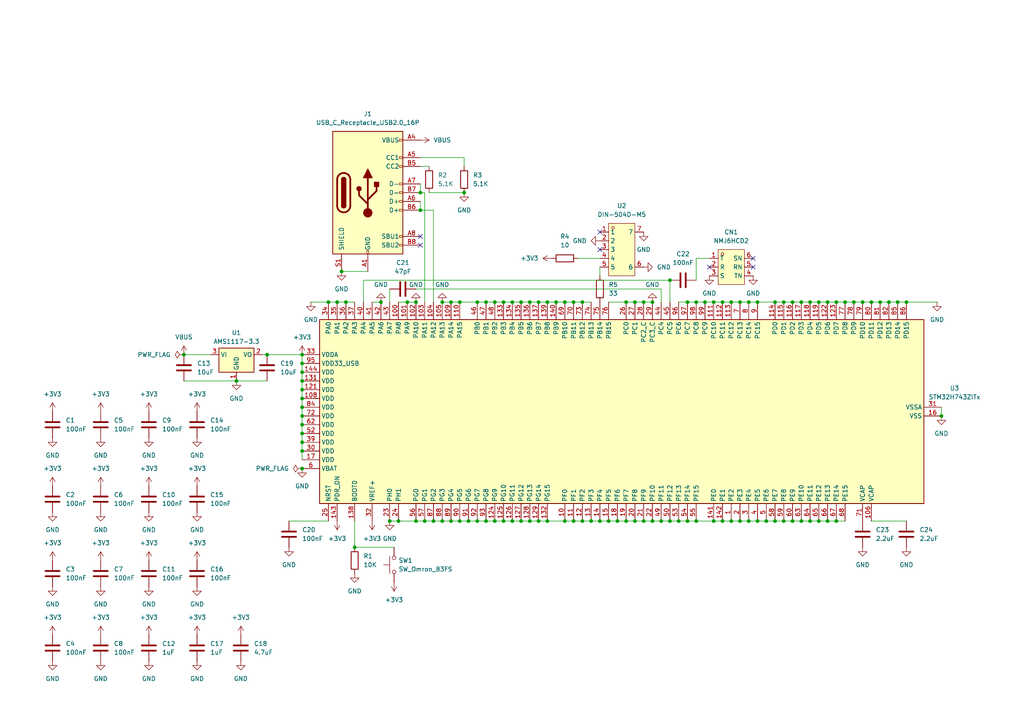
<source format=kicad_sch>
(kicad_sch (version 20231120) (generator "eeschema") (generator_version "8.0")
  (paper "A4")
  (lib_symbols
    (symbol "Connector:USB_C_Receptacle_USB2.0_16P" (pin_names (offset 1.016))
      (property "Reference" "J" (at 0 22.225 0))
      (property "Value" "USB_C_Receptacle_USB2.0_16P" (at 0 19.685 0))
      (symbol "USB_C_Receptacle_USB2.0_16P_1_1"
        (pin passive line (at 0 -22.86 90) (length 5.08) (name "GND") (number "A1"))
        (pin passive line (at 0 -22.86 90) (length 5.08) hide (name "GND") (number "A12"))
        (pin passive line (at 15.24 15.24 180) (length 5.08) (name "VBUS") (number "A4"))
        (pin bidirectional line (at 15.24 10.16 180) (length 5.08) (name "CC1") (number "A5"))
        (pin bidirectional line (at 15.24 -2.54 180) (length 5.08) (name "D+") (number "A6"))
        (pin bidirectional line (at 15.24 2.54 180) (length 5.08) (name "D-") (number "A7"))
        (pin bidirectional line (at 15.24 -12.7 180) (length 5.08) (name "SBU1") (number "A8"))
        (pin passive line (at 15.24 15.24 180) (length 5.08) hide (name "VBUS") (number "A9"))
        (pin passive line (at 0 -22.86 90) (length 5.08) hide (name "GND") (number "B1"))
        (pin passive line (at 0 -22.86 90) (length 5.08) hide (name "GND") (number "B12"))
        (pin passive line (at 15.24 15.24 180) (length 5.08) hide (name "VBUS") (number "B4"))
        (pin bidirectional line (at 15.24 7.62 180) (length 5.08) (name "CC2") (number "B5"))
        (pin bidirectional line (at 15.24 -5.08 180) (length 5.08) (name "D+") (number "B6"))
        (pin bidirectional line (at 15.24 0 180) (length 5.08) (name "D-") (number "B7"))
        (pin bidirectional line (at 15.24 -15.24 180) (length 5.08) (name "SBU2") (number "B8"))
        (pin passive line (at 15.24 15.24 180) (length 5.08) hide (name "VBUS") (number "B9"))
        (pin passive line (at -7.62 -22.86 90) (length 5.08) (name "SHIELD") (number "S1"))
      )
    )
    (symbol "Device:C" (pin_numbers hide) (pin_names (offset 0.254))
      (property "Reference" "C" (at 0.635 2.54 0))
      (property "Value" "C" (at 0.635 -2.54 0))
      (symbol "C_1_1"
        (pin passive line (at 0 3.81 270) (length 2.794) (name "~") (number "1"))
        (pin passive line (at 0 -3.81 90) (length 2.794) (name "~") (number "2"))
      )
    )
    (symbol "Device:R" (pin_numbers hide) (pin_names (offset 0))
      (property "Reference" "R" (at 2.032 0 90))
      (property "Value" "R" (at 0 0 90))
      (symbol "R_1_1"
        (pin passive line (at 0 3.81 270) (length 1.27) (name "~") (number "1"))
        (pin passive line (at 0 -3.81 90) (length 1.27) (name "~") (number "2"))
      )
    )
    (symbol "MCU_ST_STM32H7:STM32H743ZITx"
      (property "Reference" "U" (at -25.4 90.17 0))
      (property "Value" "STM32H743ZITx" (at 20.32 90.17 0))
      (symbol "STM32H743ZITx_1_1"
        (pin bidirectional line (at -30.48 -30.48 0) (length 5.08) (name "PE2") (number "1"))
        (pin bidirectional line (at -30.48 17.78 0) (length 5.08) (name "PF0") (number "10"))
        (pin bidirectional line (at 33.02 66.04 180) (length 5.08) (name "PA8") (number "100"))
        (pin bidirectional line (at 33.02 63.5 180) (length 5.08) (name "PA9") (number "101"))
        (pin bidirectional line (at 33.02 60.96 180) (length 5.08) (name "PA10") (number "102"))
        (pin bidirectional line (at 33.02 58.42 180) (length 5.08) (name "PA11") (number "103"))
        (pin bidirectional line (at 33.02 55.88 180) (length 5.08) (name "PA12") (number "104"))
        (pin bidirectional line (at 33.02 53.34 180) (length 5.08) (name "PA13") (number "105"))
        (pin power_out line (at -30.48 -71.12 0) (length 5.08) (name "VCAP") (number "106"))
        (pin passive line (at 0 -91.44 90) (length 5.08) hide (name "VSS") (number "107"))
        (pin power_in line (at 5.08 93.98 270) (length 5.08) (name "VDD") (number "108"))
        (pin bidirectional line (at 33.02 50.8 180) (length 5.08) (name "PA14") (number "109"))
        (pin bidirectional line (at -30.48 15.24 0) (length 5.08) (name "PF1") (number "11"))
        (pin bidirectional line (at 33.02 48.26 180) (length 5.08) (name "PA15") (number "110"))
        (pin bidirectional line (at 33.02 -25.4 180) (length 5.08) (name "PC10") (number "111"))
        (pin bidirectional line (at 33.02 -27.94 180) (length 5.08) (name "PC11") (number "112"))
        (pin bidirectional line (at 33.02 -30.48 180) (length 5.08) (name "PC12") (number "113"))
        (pin bidirectional line (at 33.02 -43.18 180) (length 5.08) (name "PD0") (number "114"))
        (pin bidirectional line (at 33.02 -45.72 180) (length 5.08) (name "PD1") (number "115"))
        (pin bidirectional line (at 33.02 -48.26 180) (length 5.08) (name "PD2") (number "116"))
        (pin bidirectional line (at 33.02 -50.8 180) (length 5.08) (name "PD3") (number "117"))
        (pin bidirectional line (at 33.02 -53.34 180) (length 5.08) (name "PD4") (number "118"))
        (pin bidirectional line (at 33.02 -55.88 180) (length 5.08) (name "PD5") (number "119"))
        (pin bidirectional line (at -30.48 12.7 0) (length 5.08) (name "PF2") (number "12"))
        (pin passive line (at 0 -91.44 90) (length 5.08) hide (name "VSS") (number "120"))
        (pin power_in line (at 7.62 93.98 270) (length 5.08) (name "VDD") (number "121"))
        (pin bidirectional line (at 33.02 -58.42 180) (length 5.08) (name "PD6") (number "122"))
        (pin bidirectional line (at 33.02 -60.96 180) (length 5.08) (name "PD7") (number "123"))
        (pin bidirectional line (at -30.48 38.1 0) (length 5.08) (name "PG9") (number "124"))
        (pin bidirectional line (at -30.48 35.56 0) (length 5.08) (name "PG10") (number "125"))
        (pin bidirectional line (at -30.48 33.02 0) (length 5.08) (name "PG11") (number "126"))
        (pin bidirectional line (at -30.48 30.48 0) (length 5.08) (name "PG12") (number "127"))
        (pin bidirectional line (at -30.48 27.94 0) (length 5.08) (name "PG13") (number "128"))
        (pin bidirectional line (at -30.48 25.4 0) (length 5.08) (name "PG14") (number "129"))
        (pin bidirectional line (at -30.48 10.16 0) (length 5.08) (name "PF3") (number "13"))
        (pin passive line (at 0 -91.44 90) (length 5.08) hide (name "VSS") (number "130"))
        (pin power_in line (at 10.16 93.98 270) (length 5.08) (name "VDD") (number "131"))
        (pin bidirectional line (at -30.48 22.86 0) (length 5.08) (name "PG15") (number "132"))
        (pin bidirectional line (at 33.02 35.56 180) (length 5.08) (name "PB3") (number "133"))
        (pin bidirectional line (at 33.02 33.02 180) (length 5.08) (name "PB4") (number "134"))
        (pin bidirectional line (at 33.02 30.48 180) (length 5.08) (name "PB5") (number "135"))
        (pin bidirectional line (at 33.02 27.94 180) (length 5.08) (name "PB6") (number "136"))
        (pin bidirectional line (at 33.02 25.4 180) (length 5.08) (name "PB7") (number "137"))
        (pin input line (at -30.48 78.74 0) (length 5.08) (name "BOOT0") (number "138"))
        (pin bidirectional line (at 33.02 22.86 180) (length 5.08) (name "PB8") (number "139"))
        (pin bidirectional line (at -30.48 7.62 0) (length 5.08) (name "PF4") (number "14"))
        (pin bidirectional line (at 33.02 20.32 180) (length 5.08) (name "PB9") (number "140"))
        (pin bidirectional line (at -30.48 -25.4 0) (length 5.08) (name "PE0") (number "141"))
        (pin bidirectional line (at -30.48 -27.94 0) (length 5.08) (name "PE1") (number "142"))
        (pin input line (at -30.48 83.82 0) (length 5.08) (name "PDR_ON") (number "143"))
        (pin power_in line (at 12.7 93.98 270) (length 5.08) (name "VDD") (number "144"))
        (pin bidirectional line (at -30.48 5.08 0) (length 5.08) (name "PF5") (number "15"))
        (pin power_in line (at 0 -91.44 90) (length 5.08) (name "VSS") (number "16"))
        (pin power_in line (at -12.7 93.98 270) (length 5.08) (name "VDD") (number "17"))
        (pin bidirectional line (at -30.48 2.54 0) (length 5.08) (name "PF6") (number "18"))
        (pin bidirectional line (at -30.48 0 0) (length 5.08) (name "PF7") (number "19"))
        (pin bidirectional line (at -30.48 -33.02 0) (length 5.08) (name "PE3") (number "2"))
        (pin bidirectional line (at -30.48 -2.54 0) (length 5.08) (name "PF8") (number "20"))
        (pin bidirectional line (at -30.48 -5.08 0) (length 5.08) (name "PF9") (number "21"))
        (pin bidirectional line (at -30.48 -7.62 0) (length 5.08) (name "PF10") (number "22"))
        (pin bidirectional line (at -30.48 68.58 0) (length 5.08) (name "PH0") (number "23"))
        (pin bidirectional line (at -30.48 66.04 0) (length 5.08) (name "PH1") (number "24"))
        (pin input line (at -30.48 86.36 0) (length 5.08) (name "NRST") (number "25"))
        (pin bidirectional line (at 33.02 0 180) (length 5.08) (name "PC0") (number "26"))
        (pin bidirectional line (at 33.02 -2.54 180) (length 5.08) (name "PC1") (number "27"))
        (pin bidirectional line (at 33.02 -5.08 180) (length 5.08) (name "PC2_C") (number "28"))
        (pin bidirectional line (at 33.02 -7.62 180) (length 5.08) (name "PC3_C") (number "29"))
        (pin bidirectional line (at -30.48 -35.56 0) (length 5.08) (name "PE4") (number "3"))
        (pin power_in line (at -10.16 93.98 270) (length 5.08) (name "VDD") (number "30"))
        (pin power_in line (at 2.54 -91.44 90) (length 5.08) (name "VSSA") (number "31"))
        (pin input line (at -30.48 73.66 0) (length 5.08) (name "VREF+") (number "32"))
        (pin power_in line (at 17.78 93.98 270) (length 5.08) (name "VDDA") (number "33"))
        (pin bidirectional line (at 33.02 86.36 180) (length 5.08) (name "PA0") (number "34"))
        (pin bidirectional line (at 33.02 83.82 180) (length 5.08) (name "PA1") (number "35"))
        (pin bidirectional line (at 33.02 81.28 180) (length 5.08) (name "PA2") (number "36"))
        (pin bidirectional line (at 33.02 78.74 180) (length 5.08) (name "PA3") (number "37"))
        (pin passive line (at 0 -91.44 90) (length 5.08) hide (name "VSS") (number "38"))
        (pin power_in line (at -7.62 93.98 270) (length 5.08) (name "VDD") (number "39"))
        (pin bidirectional line (at -30.48 -38.1 0) (length 5.08) (name "PE5") (number "4"))
        (pin bidirectional line (at 33.02 76.2 180) (length 5.08) (name "PA4") (number "40"))
        (pin bidirectional line (at 33.02 73.66 180) (length 5.08) (name "PA5") (number "41"))
        (pin bidirectional line (at 33.02 71.12 180) (length 5.08) (name "PA6") (number "42"))
        (pin bidirectional line (at 33.02 68.58 180) (length 5.08) (name "PA7") (number "43"))
        (pin bidirectional line (at 33.02 -10.16 180) (length 5.08) (name "PC4") (number "44"))
        (pin bidirectional line (at 33.02 -12.7 180) (length 5.08) (name "PC5") (number "45"))
        (pin bidirectional line (at 33.02 43.18 180) (length 5.08) (name "PB0") (number "46"))
        (pin bidirectional line (at 33.02 40.64 180) (length 5.08) (name "PB1") (number "47"))
        (pin bidirectional line (at 33.02 38.1 180) (length 5.08) (name "PB2") (number "48"))
        (pin bidirectional line (at -30.48 -10.16 0) (length 5.08) (name "PF11") (number "49"))
        (pin bidirectional line (at -30.48 -40.64 0) (length 5.08) (name "PE6") (number "5"))
        (pin bidirectional line (at -30.48 -12.7 0) (length 5.08) (name "PF12") (number "50"))
        (pin passive line (at 0 -91.44 90) (length 5.08) hide (name "VSS") (number "51"))
        (pin power_in line (at -5.08 93.98 270) (length 5.08) (name "VDD") (number "52"))
        (pin bidirectional line (at -30.48 -15.24 0) (length 5.08) (name "PF13") (number "53"))
        (pin bidirectional line (at -30.48 -17.78 0) (length 5.08) (name "PF14") (number "54"))
        (pin bidirectional line (at -30.48 -20.32 0) (length 5.08) (name "PF15") (number "55"))
        (pin bidirectional line (at -30.48 60.96 0) (length 5.08) (name "PG0") (number "56"))
        (pin bidirectional line (at -30.48 58.42 0) (length 5.08) (name "PG1") (number "57"))
        (pin bidirectional line (at -30.48 -43.18 0) (length 5.08) (name "PE7") (number "58"))
        (pin bidirectional line (at -30.48 -45.72 0) (length 5.08) (name "PE8") (number "59"))
        (pin power_in line (at -15.24 93.98 270) (length 5.08) (name "VBAT") (number "6"))
        (pin bidirectional line (at -30.48 -48.26 0) (length 5.08) (name "PE9") (number "60"))
        (pin passive line (at 0 -91.44 90) (length 5.08) hide (name "VSS") (number "61"))
        (pin power_in line (at -2.54 93.98 270) (length 5.08) (name "VDD") (number "62"))
        (pin bidirectional line (at -30.48 -50.8 0) (length 5.08) (name "PE10") (number "63"))
        (pin bidirectional line (at -30.48 -53.34 0) (length 5.08) (name "PE11") (number "64"))
        (pin bidirectional line (at -30.48 -55.88 0) (length 5.08) (name "PE12") (number "65"))
        (pin bidirectional line (at -30.48 -58.42 0) (length 5.08) (name "PE13") (number "66"))
        (pin bidirectional line (at -30.48 -60.96 0) (length 5.08) (name "PE14") (number "67"))
        (pin bidirectional line (at -30.48 -63.5 0) (length 5.08) (name "PE15") (number "68"))
        (pin bidirectional line (at 33.02 17.78 180) (length 5.08) (name "PB10") (number "69"))
        (pin bidirectional line (at 33.02 -33.02 180) (length 5.08) (name "PC13") (number "7"))
        (pin bidirectional line (at 33.02 15.24 180) (length 5.08) (name "PB11") (number "70"))
        (pin power_out line (at -30.48 -68.58 0) (length 5.08) (name "VCAP") (number "71"))
        (pin power_in line (at 0 93.98 270) (length 5.08) (name "VDD") (number "72"))
        (pin bidirectional line (at 33.02 12.7 180) (length 5.08) (name "PB12") (number "73"))
        (pin bidirectional line (at 33.02 10.16 180) (length 5.08) (name "PB13") (number "74"))
        (pin bidirectional line (at 33.02 7.62 180) (length 5.08) (name "PB14") (number "75"))
        (pin bidirectional line (at 33.02 5.08 180) (length 5.08) (name "PB15") (number "76"))
        (pin bidirectional line (at 33.02 -63.5 180) (length 5.08) (name "PD8") (number "77"))
        (pin bidirectional line (at 33.02 -66.04 180) (length 5.08) (name "PD9") (number "78"))
        (pin bidirectional line (at 33.02 -68.58 180) (length 5.08) (name "PD10") (number "79"))
        (pin bidirectional line (at 33.02 -35.56 180) (length 5.08) (name "PC14") (number "8"))
        (pin bidirectional line (at 33.02 -71.12 180) (length 5.08) (name "PD11") (number "80"))
        (pin bidirectional line (at 33.02 -73.66 180) (length 5.08) (name "PD12") (number "81"))
        (pin bidirectional line (at 33.02 -76.2 180) (length 5.08) (name "PD13") (number "82"))
        (pin passive line (at 0 -91.44 90) (length 5.08) hide (name "VSS") (number "83"))
        (pin power_in line (at 2.54 93.98 270) (length 5.08) (name "VDD") (number "84"))
        (pin bidirectional line (at 33.02 -78.74 180) (length 5.08) (name "PD14") (number "85"))
        (pin bidirectional line (at 33.02 -81.28 180) (length 5.08) (name "PD15") (number "86"))
        (pin bidirectional line (at -30.48 55.88 0) (length 5.08) (name "PG2") (number "87"))
        (pin bidirectional line (at -30.48 53.34 0) (length 5.08) (name "PG3") (number "88"))
        (pin bidirectional line (at -30.48 50.8 0) (length 5.08) (name "PG4") (number "89"))
        (pin bidirectional line (at 33.02 -38.1 180) (length 5.08) (name "PC15") (number "9"))
        (pin bidirectional line (at -30.48 48.26 0) (length 5.08) (name "PG5") (number "90"))
        (pin bidirectional line (at -30.48 45.72 0) (length 5.08) (name "PG6") (number "91"))
        (pin bidirectional line (at -30.48 43.18 0) (length 5.08) (name "PG7") (number "92"))
        (pin bidirectional line (at -30.48 40.64 0) (length 5.08) (name "PG8") (number "93"))
        (pin passive line (at 0 -91.44 90) (length 5.08) hide (name "VSS") (number "94"))
        (pin power_in line (at 15.24 93.98 270) (length 5.08) (name "VDD33_USB") (number "95"))
        (pin bidirectional line (at 33.02 -15.24 180) (length 5.08) (name "PC6") (number "96"))
        (pin bidirectional line (at 33.02 -17.78 180) (length 5.08) (name "PC7") (number "97"))
        (pin bidirectional line (at 33.02 -20.32 180) (length 5.08) (name "PC8") (number "98"))
        (pin bidirectional line (at 33.02 -22.86 180) (length 5.08) (name "PC9") (number "99"))
      )
    )
    (symbol "Regulator_Linear:AMS1117-3.3"
      (property "Reference" "U" (at -3.81 3.175 0))
      (property "Value" "AMS1117-3.3" (at 0 3.175 0))
      (symbol "AMS1117-3.3_1_1"
        (pin power_in line (at 0 -7.62 90) (length 2.54) (name "GND") (number "1"))
        (pin power_out line (at 7.62 0 180) (length 2.54) (name "VO") (number "2"))
        (pin power_in line (at -7.62 0 0) (length 2.54) (name "VI") (number "3"))
      )
    )
    (symbol "Switch:SW_Omron_B3FS" (pin_numbers hide) (pin_names (offset 1.016) hide)
      (property "Reference" "SW" (at 1.27 2.54 0))
      (property "Value" "SW_Omron_B3FS" (at 0 -1.524 0))
      (symbol "SW_Omron_B3FS_0_1"
        (pin passive line (at -5.08 0 0) (length 2.54) (name "1") (number "1"))
        (pin passive line (at 5.08 0 180) (length 2.54) (name "2") (number "2"))
      )
    )
    (symbol "audio:NMJ6HCD2"
      (property "Reference" "CN" (at 0 7.62 0))
      (property "Value" "NMJ6HCD2" (at 0 -7.62 0))
      (symbol "NMJ6HCD2_0_1"
        (pin unspecified line (at -6.35 2.54 0) (length 2.54) (name "T") (number "1"))
        (pin unspecified line (at -6.35 0 0) (length 2.54) (name "R") (number "2"))
        (pin unspecified line (at -6.35 -2.54 0) (length 2.54) (name "S") (number "3"))
        (pin unspecified line (at 6.35 -2.54 180) (length 2.54) (name "TN") (number "4"))
        (pin unspecified line (at 6.35 0 180) (length 2.54) (name "RN") (number "5"))
        (pin unspecified line (at 6.35 2.54 180) (length 2.54) (name "SN") (number "6"))
      )
    )
    (symbol "din5:DIN-504D-M5"
      (property "Reference" "U" (at 0 10.16 0))
      (property "Value" "DIN-504D-M5" (at 0 -10.16 0))
      (symbol "DIN-504D-M5_0_1"
        (pin unspecified line (at -6.35 5.08 0) (length 2.54) (name "1") (number "1"))
        (pin unspecified line (at -6.35 2.54 0) (length 2.54) (name "2") (number "2"))
        (pin unspecified line (at -6.35 0 0) (length 2.54) (name "3") (number "3"))
        (pin unspecified line (at -6.35 -2.54 0) (length 2.54) (name "4") (number "4"))
        (pin unspecified line (at -6.35 -5.08 0) (length 2.54) (name "5") (number "5"))
        (pin unspecified line (at 6.35 -5.08 180) (length 2.54) (name "6") (number "6"))
        (pin unspecified line (at 6.35 5.08 180) (length 2.54) (name "7") (number "7"))
      )
    )
    (symbol "power:+3V3" (power) (pin_numbers hide) (pin_names (offset 0) hide)
      (property "Value" "+3V3" (at 0 3.556 0))
      (symbol "+3V3_1_1"
        (pin power_in line (at 0 0 90) (length 0) (name "~") (number "1"))
      )
    )
    (symbol "power:GND" (power) (pin_numbers hide) (pin_names (offset 0) hide)
      (property "Value" "GND" (at 0 -3.81 0))
      (symbol "GND_1_1"
        (pin power_in line (at 0 0 270) (length 0) (name "~") (number "1"))
      )
    )
    (symbol "power:PWR_FLAG" (power) (pin_numbers hide) (pin_names (offset 0) hide)
      (property "Value" "PWR_FLAG" (at 0 3.81 0))
      (symbol "PWR_FLAG_0_0"
        (pin power_out line (at 0 0 90) (length 0) (name "~") (number "1"))
      )
    )
    (symbol "power:VBUS" (power) (pin_numbers hide) (pin_names (offset 0) hide)
      (property "Value" "VBUS" (at 0 3.556 0))
      (symbol "VBUS_1_1"
        (pin power_in line (at 0 0 90) (length 0) (name "~") (number "1"))
      )
    )
  )
  (junction (at 222.25 151.13))
  (junction (at 130.81 87.63))
  (junction (at 257.81 87.63))
  (junction (at 125.73 151.13))
  (junction (at 212.09 151.13))
  (junction (at 128.27 151.13))
  (junction (at 87.63 113.03))
  (junction (at 171.45 151.13))
  (junction (at 53.34 102.87))
  (junction (at 179.07 151.13))
  (junction (at 191.77 151.13))
  (junction (at 100.33 87.63))
  (junction (at 237.49 151.13))
  (junction (at 227.33 87.63))
  (junction (at 255.27 87.63))
  (junction (at 232.41 87.63))
  (junction (at 201.93 87.63))
  (junction (at 87.63 130.81))
  (junction (at 194.31 151.13))
  (junction (at 133.35 87.63))
  (junction (at 181.61 151.13))
  (junction (at 189.23 151.13))
  (junction (at 262.89 87.63))
  (junction (at 156.21 151.13))
  (junction (at 227.33 151.13))
  (junction (at 217.17 87.63))
  (junction (at 102.87 158.75))
  (junction (at 87.63 128.27))
  (junction (at 148.59 87.63))
  (junction (at 273.05 120.65))
  (junction (at 166.37 151.13))
  (junction (at 240.03 151.13))
  (junction (at 121.92 60.96))
  (junction (at 250.19 87.63))
  (junction (at 87.63 118.11))
  (junction (at 113.03 151.13))
  (junction (at 186.69 151.13))
  (junction (at 140.97 87.63))
  (junction (at 97.79 87.63))
  (junction (at 134.62 55.88))
  (junction (at 151.13 87.63))
  (junction (at 115.57 151.13))
  (junction (at 128.27 87.63))
  (junction (at 252.73 87.63))
  (junction (at 214.63 151.13))
  (junction (at 151.13 151.13))
  (junction (at 176.53 151.13))
  (junction (at 87.63 110.49))
  (junction (at 153.67 87.63))
  (junction (at 196.85 151.13))
  (junction (at 95.25 87.63))
  (junction (at 194.31 81.28))
  (junction (at 133.35 151.13))
  (junction (at 240.03 87.63))
  (junction (at 87.63 105.41))
  (junction (at 217.17 151.13))
  (junction (at 146.05 87.63))
  (junction (at 234.95 87.63))
  (junction (at 68.58 110.49))
  (junction (at 123.19 151.13))
  (junction (at 229.87 87.63))
  (junction (at 199.39 87.63))
  (junction (at 161.29 87.63))
  (junction (at 138.43 151.13))
  (junction (at 143.51 151.13))
  (junction (at 158.75 87.63))
  (junction (at 163.83 87.63))
  (junction (at 201.93 151.13))
  (junction (at 148.59 151.13))
  (junction (at 77.47 102.87))
  (junction (at 199.39 151.13))
  (junction (at 99.06 78.74))
  (junction (at 214.63 87.63))
  (junction (at 219.71 87.63))
  (junction (at 186.69 87.63))
  (junction (at 219.71 151.13))
  (junction (at 87.63 135.89))
  (junction (at 120.65 151.13))
  (junction (at 110.49 87.63))
  (junction (at 207.01 87.63))
  (junction (at 242.57 151.13))
  (junction (at 184.15 87.63))
  (junction (at 204.47 87.63))
  (junction (at 120.65 87.63))
  (junction (at 173.99 151.13))
  (junction (at 224.79 151.13))
  (junction (at 229.87 151.13))
  (junction (at 209.55 151.13))
  (junction (at 135.89 151.13))
  (junction (at 87.63 107.95))
  (junction (at 260.35 87.63))
  (junction (at 87.63 125.73))
  (junction (at 245.11 87.63))
  (junction (at 140.97 151.13))
  (junction (at 232.41 151.13))
  (junction (at 247.65 87.63))
  (junction (at 87.63 115.57))
  (junction (at 121.92 55.88))
  (junction (at 237.49 87.63))
  (junction (at 163.83 151.13))
  (junction (at 166.37 87.63))
  (junction (at 212.09 87.63))
  (junction (at 87.63 120.65))
  (junction (at 234.95 151.13))
  (junction (at 118.11 87.63))
  (junction (at 158.75 151.13))
  (junction (at 184.15 151.13))
  (junction (at 168.91 87.63))
  (junction (at 156.21 87.63))
  (junction (at 224.79 87.63))
  (junction (at 189.23 87.63))
  (junction (at 209.55 87.63))
  (junction (at 87.63 123.19))
  (junction (at 153.67 151.13))
  (junction (at 87.63 102.87))
  (junction (at 138.43 87.63))
  (junction (at 168.91 151.13))
  (junction (at 146.05 151.13))
  (junction (at 242.57 87.63))
  (junction (at 207.01 151.13))
  (junction (at 181.61 87.63))
  (junction (at 130.81 151.13))
  (junction (at 143.51 87.63))
  (no_connect (at 218.44 74.93))
  (no_connect (at 173.99 67.31))
  (no_connect (at 173.99 72.39))
  (no_connect (at 205.74 77.47))
  (no_connect (at 121.92 68.58))
  (no_connect (at 121.92 71.12))
  (no_connect (at 218.44 77.47))
  (wire (pts (xy 194.31 151.13) (xy 196.85 151.13)))
  (wire (pts (xy 90.17 87.63) (xy 95.25 87.63)))
  (wire (pts (xy 123.19 87.63) (xy 123.19 55.88)))
  (wire (pts (xy 105.41 87.63) (xy 105.41 81.28)))
  (wire (pts (xy 214.63 151.13) (xy 217.17 151.13)))
  (wire (pts (xy 171.45 151.13) (xy 173.99 151.13)))
  (wire (pts (xy 250.19 87.63) (xy 252.73 87.63)))
  (wire (pts (xy 234.95 151.13) (xy 237.49 151.13)))
  (wire (pts (xy 237.49 87.63) (xy 240.03 87.63)))
  (wire (pts (xy 176.53 151.13) (xy 179.07 151.13)))
  (wire (pts (xy 123.19 55.88) (xy 121.92 55.88)))
  (wire (pts (xy 153.67 151.13) (xy 156.21 151.13)))
  (wire (pts (xy 105.41 81.28) (xy 194.31 81.28)))
  (wire (pts (xy 107.95 87.63) (xy 110.49 87.63)))
  (wire (pts (xy 102.87 158.75) (xy 102.87 151.13)))
  (wire (pts (xy 184.15 87.63) (xy 186.69 87.63)))
  (wire (pts (xy 77.47 102.87) (xy 87.63 102.87)))
  (wire (pts (xy 53.34 110.49) (xy 68.58 110.49)))
  (wire (pts (xy 227.33 151.13) (xy 229.87 151.13)))
  (wire (pts (xy 257.81 87.63) (xy 260.35 87.63)))
  (wire (pts (xy 205.74 74.93) (xy 201.93 74.93)))
  (wire (pts (xy 130.81 87.63) (xy 133.35 87.63)))
  (wire (pts (xy 146.05 87.63) (xy 148.59 87.63)))
  (wire (pts (xy 173.99 77.47) (xy 173.99 80.01)))
  (wire (pts (xy 68.58 110.49) (xy 77.47 110.49)))
  (wire (pts (xy 186.69 87.63) (xy 189.23 87.63)))
  (wire (pts (xy 242.57 87.63) (xy 245.11 87.63)))
  (wire (pts (xy 234.95 87.63) (xy 237.49 87.63)))
  (wire (pts (xy 118.11 87.63) (xy 120.65 87.63)))
  (wire (pts (xy 161.29 87.63) (xy 163.83 87.63)))
  (wire (pts (xy 140.97 87.63) (xy 143.51 87.63)))
  (wire (pts (xy 143.51 151.13) (xy 146.05 151.13)))
  (wire (pts (xy 176.53 87.63) (xy 181.61 87.63)))
  (wire (pts (xy 158.75 87.63) (xy 161.29 87.63)))
  (wire (pts (xy 99.06 78.74) (xy 106.68 78.74)))
  (wire (pts (xy 114.3 158.75) (xy 102.87 158.75)))
  (wire (pts (xy 153.67 87.63) (xy 156.21 87.63)))
  (wire (pts (xy 87.63 120.65) (xy 87.63 123.19)))
  (wire (pts (xy 95.25 87.63) (xy 97.79 87.63)))
  (wire (pts (xy 212.09 151.13) (xy 214.63 151.13)))
  (wire (pts (xy 151.13 87.63) (xy 153.67 87.63)))
  (wire (pts (xy 179.07 151.13) (xy 181.61 151.13)))
  (wire (pts (xy 219.71 87.63) (xy 224.79 87.63)))
  (wire (pts (xy 134.62 48.26) (xy 134.62 45.72)))
  (wire (pts (xy 199.39 87.63) (xy 201.93 87.63)))
  (wire (pts (xy 214.63 87.63) (xy 217.17 87.63)))
  (wire (pts (xy 113.03 151.13) (xy 115.57 151.13)))
  (wire (pts (xy 87.63 128.27) (xy 87.63 130.81)))
  (wire (pts (xy 222.25 151.13) (xy 224.79 151.13)))
  (wire (pts (xy 128.27 87.63) (xy 130.81 87.63)))
  (wire (pts (xy 87.63 123.19) (xy 87.63 125.73)))
  (wire (pts (xy 201.93 87.63) (xy 204.47 87.63)))
  (wire (pts (xy 120.65 151.13) (xy 123.19 151.13)))
  (wire (pts (xy 196.85 151.13) (xy 199.39 151.13)))
  (wire (pts (xy 113.03 83.82) (xy 113.03 87.63)))
  (wire (pts (xy 148.59 151.13) (xy 151.13 151.13)))
  (wire (pts (xy 237.49 151.13) (xy 240.03 151.13)))
  (wire (pts (xy 232.41 87.63) (xy 234.95 87.63)))
  (wire (pts (xy 138.43 87.63) (xy 140.97 87.63)))
  (wire (pts (xy 219.71 151.13) (xy 222.25 151.13)))
  (wire (pts (xy 97.79 87.63) (xy 100.33 87.63)))
  (wire (pts (xy 87.63 115.57) (xy 87.63 118.11)))
  (wire (pts (xy 255.27 87.63) (xy 257.81 87.63)))
  (wire (pts (xy 224.79 151.13) (xy 227.33 151.13)))
  (wire (pts (xy 201.93 74.93) (xy 201.93 81.28)))
  (wire (pts (xy 121.92 48.26) (xy 124.46 48.26)))
  (wire (pts (xy 191.77 151.13) (xy 194.31 151.13)))
  (wire (pts (xy 121.92 58.42) (xy 121.92 60.96)))
  (wire (pts (xy 134.62 45.72) (xy 121.92 45.72)))
  (wire (pts (xy 124.46 55.88) (xy 134.62 55.88)))
  (wire (pts (xy 115.57 151.13) (xy 120.65 151.13)))
  (wire (pts (xy 87.63 105.41) (xy 87.63 107.95)))
  (wire (pts (xy 133.35 151.13) (xy 135.89 151.13)))
  (wire (pts (xy 83.82 151.13) (xy 95.25 151.13)))
  (wire (pts (xy 212.09 87.63) (xy 214.63 87.63)))
  (wire (pts (xy 217.17 151.13) (xy 219.71 151.13)))
  (wire (pts (xy 273.05 118.11) (xy 273.05 120.65)))
  (wire (pts (xy 146.05 151.13) (xy 148.59 151.13)))
  (wire (pts (xy 260.35 87.63) (xy 262.89 87.63)))
  (wire (pts (xy 209.55 151.13) (xy 212.09 151.13)))
  (wire (pts (xy 100.33 87.63) (xy 102.87 87.63)))
  (wire (pts (xy 186.69 151.13) (xy 189.23 151.13)))
  (wire (pts (xy 199.39 151.13) (xy 201.93 151.13)))
  (wire (pts (xy 143.51 87.63) (xy 146.05 87.63)))
  (wire (pts (xy 245.11 87.63) (xy 247.65 87.63)))
  (wire (pts (xy 240.03 151.13) (xy 242.57 151.13)))
  (wire (pts (xy 232.41 151.13) (xy 234.95 151.13)))
  (wire (pts (xy 229.87 151.13) (xy 232.41 151.13)))
  (wire (pts (xy 140.97 151.13) (xy 143.51 151.13)))
  (wire (pts (xy 196.85 87.63) (xy 199.39 87.63)))
  (wire (pts (xy 115.57 87.63) (xy 118.11 87.63)))
  (wire (pts (xy 247.65 87.63) (xy 250.19 87.63)))
  (wire (pts (xy 209.55 87.63) (xy 212.09 87.63)))
  (wire (pts (xy 53.34 102.87) (xy 60.96 102.87)))
  (wire (pts (xy 191.77 83.82) (xy 191.77 87.63)))
  (wire (pts (xy 148.59 87.63) (xy 151.13 87.63)))
  (wire (pts (xy 135.89 151.13) (xy 138.43 151.13)))
  (wire (pts (xy 224.79 87.63) (xy 227.33 87.63)))
  (wire (pts (xy 207.01 87.63) (xy 209.55 87.63)))
  (wire (pts (xy 194.31 81.28) (xy 194.31 87.63)))
  (wire (pts (xy 87.63 113.03) (xy 87.63 115.57)))
  (wire (pts (xy 87.63 130.81) (xy 87.63 133.35)))
  (wire (pts (xy 242.57 151.13) (xy 245.11 151.13)))
  (wire (pts (xy 138.43 151.13) (xy 140.97 151.13)))
  (wire (pts (xy 173.99 151.13) (xy 176.53 151.13)))
  (wire (pts (xy 156.21 151.13) (xy 158.75 151.13)))
  (wire (pts (xy 167.64 74.93) (xy 173.99 74.93)))
  (wire (pts (xy 184.15 151.13) (xy 186.69 151.13)))
  (wire (pts (xy 163.83 151.13) (xy 166.37 151.13)))
  (wire (pts (xy 168.91 151.13) (xy 171.45 151.13)))
  (wire (pts (xy 87.63 102.87) (xy 87.63 105.41)))
  (wire (pts (xy 168.91 87.63) (xy 171.45 87.63)))
  (wire (pts (xy 87.63 107.95) (xy 87.63 110.49)))
  (wire (pts (xy 128.27 151.13) (xy 130.81 151.13)))
  (wire (pts (xy 204.47 87.63) (xy 207.01 87.63)))
  (wire (pts (xy 76.2 102.87) (xy 77.47 102.87)))
  (wire (pts (xy 166.37 151.13) (xy 168.91 151.13)))
  (wire (pts (xy 229.87 87.63) (xy 232.41 87.63)))
  (wire (pts (xy 125.73 151.13) (xy 128.27 151.13)))
  (wire (pts (xy 189.23 151.13) (xy 191.77 151.13)))
  (wire (pts (xy 125.73 87.63) (xy 125.73 60.96)))
  (wire (pts (xy 151.13 151.13) (xy 153.67 151.13)))
  (wire (pts (xy 125.73 60.96) (xy 121.92 60.96)))
  (wire (pts (xy 87.63 118.11) (xy 87.63 120.65)))
  (wire (pts (xy 240.03 87.63) (xy 242.57 87.63)))
  (wire (pts (xy 252.73 151.13) (xy 262.89 151.13)))
  (wire (pts (xy 166.37 87.63) (xy 168.91 87.63)))
  (wire (pts (xy 87.63 110.49) (xy 87.63 113.03)))
  (wire (pts (xy 227.33 87.63) (xy 229.87 87.63)))
  (wire (pts (xy 181.61 151.13) (xy 184.15 151.13)))
  (wire (pts (xy 158.75 151.13) (xy 163.83 151.13)))
  (wire (pts (xy 156.21 87.63) (xy 158.75 87.63)))
  (wire (pts (xy 217.17 87.63) (xy 219.71 87.63)))
  (wire (pts (xy 262.89 87.63) (xy 271.78 87.63)))
  (wire (pts (xy 207.01 151.13) (xy 209.55 151.13)))
  (wire (pts (xy 120.65 83.82) (xy 191.77 83.82)))
  (wire (pts (xy 87.63 125.73) (xy 87.63 128.27)))
  (wire (pts (xy 252.73 87.63) (xy 255.27 87.63)))
  (wire (pts (xy 133.35 87.63) (xy 138.43 87.63)))
  (wire (pts (xy 181.61 87.63) (xy 184.15 87.63)))
  (wire (pts (xy 121.92 53.34) (xy 121.92 55.88)))
  (wire (pts (xy 163.83 87.63) (xy 166.37 87.63)))
  (wire (pts (xy 123.19 151.13) (xy 125.73 151.13)))
  (wire (pts (xy 201.93 151.13) (xy 207.01 151.13)))
  (wire (pts (xy 130.81 151.13) (xy 133.35 151.13)))
  (symbol (lib_id "power:GND") (at 29.21 148.59 0) (unit 1)
    (property "Reference" "#PWR012" (effects (hide yes)))
    (property "Value" "GND" (at 29.21 153.67 0))
    (property "Description" "Power symbol creates a global label with name \"GND\" , ground" (effects (hide yes)))
  )
  (symbol (lib_id "Device:C") (at 15.24 187.96 0) (unit 1)
    (property "Reference" "C4" (at 19.05 186.6899 0) (effects (justify left)))
    (property "Value" "100nF" (at 19.05 189.2299 0) (effects (justify left)))
    (property "Footprint" "Capacitor_SMD:C_0402_1005Metric" (effects (hide yes)))
    (property "Description" "Unpolarized capacitor" (effects (hide yes)))
  )
  (symbol (lib_id "power:GND") (at 134.62 55.88 0) (unit 1)
    (property "Reference" "#PWR051" (effects (hide yes)))
    (property "Value" "GND" (at 134.62 60.96 0))
    (property "Description" "Power symbol creates a global label with name \"GND\" , ground" (effects (hide yes)))
  )
  (symbol (lib_id "power:GND") (at 110.49 87.63 180) (unit 1)
    (property "Reference" "#PWR045" (effects (hide yes)))
    (property "Value" "GND" (at 110.49 82.55 0))
    (property "Description" "Power symbol creates a global label with name \"GND\" , ground" (effects (hide yes)))
  )
  (symbol (lib_id "power:+3V3") (at 160.02 74.93 90) (unit 1)
    (property "Reference" "#PWR052" (effects (hide yes)))
    (property "Value" "+3V3" (at 156.21 74.9299 90) (effects (justify left)))
    (property "Description" "Power symbol creates a global label with name \"+3V3\"" (effects (hide yes)))
  )
  (symbol (lib_id "power:+3V3") (at 87.63 102.87 0) (unit 1)
    (property "Reference" "#PWR038" (effects (hide yes)))
    (property "Value" "+3V3" (at 87.63 97.79 0))
    (property "Description" "Power symbol creates a global label with name \"+3V3\"" (effects (hide yes)))
  )
  (symbol (lib_id "Connector:USB_C_Receptacle_USB2.0_16P") (at 106.68 55.88 0) (unit 1)
    (property "Reference" "J1" (at 106.68 33.02 0))
    (property "Value" "USB_C_Receptacle_USB2.0_16P" (at 106.68 35.56 0))
    (property "Footprint" "Connector_USB:USB_C_Receptacle_HRO_TYPE-C-31-M-12" (effects (hide yes)))
    (property "Datasheet" "https://www.usb.org/sites/default/files/documents/usb_type-c.zip" (effects (hide yes)))
    (property "Description" "USB 2.0-only 16P Type-C Receptacle connector" (effects (hide yes)))
  )
  (symbol (lib_id "power:GND") (at 43.18 170.18 0) (unit 1)
    (property "Reference" "#PWR022" (effects (hide yes)))
    (property "Value" "GND" (at 43.18 175.26 0))
    (property "Description" "Power symbol creates a global label with name \"GND\" , ground" (effects (hide yes)))
  )
  (symbol (lib_id "power:GND") (at 273.05 120.65 0) (unit 1)
    (property "Reference" "#PWR066" (effects (hide yes)))
    (property "Value" "GND" (at 273.05 125.73 0))
    (property "Description" "Power symbol creates a global label with name \"GND\" , ground" (effects (hide yes)))
  )
  (symbol (lib_id "power:GND") (at 29.21 127 0) (unit 1)
    (property "Reference" "#PWR010" (effects (hide yes)))
    (property "Value" "GND" (at 29.21 132.08 0))
    (property "Description" "Power symbol creates a global label with name \"GND\" , ground" (effects (hide yes)))
  )
  (symbol (lib_id "power:GND") (at 43.18 191.77 0) (unit 1)
    (property "Reference" "#PWR024" (effects (hide yes)))
    (property "Value" "GND" (at 43.18 196.85 0))
    (property "Description" "Power symbol creates a global label with name \"GND\" , ground" (effects (hide yes)))
  )
  (symbol (lib_id "power:GND") (at 102.87 166.37 0) (unit 1)
    (property "Reference" "#PWR043" (effects (hide yes)))
    (property "Value" "GND" (at 102.87 171.45 0))
    (property "Description" "Power symbol creates a global label with name \"GND\" , ground" (effects (hide yes)))
  )
  (symbol (lib_id "Regulator_Linear:AMS1117-3.3") (at 68.58 102.87 0) (unit 1)
    (property "Reference" "U1" (at 68.58 96.52 0))
    (property "Value" "AMS1117-3.3" (at 68.58 99.06 0))
    (property "Footprint" "Package_TO_SOT_SMD:SOT-223-3_TabPin2" (effects (hide yes)))
    (property "Datasheet" "http://www.advanced-monolithic.com/pdf/ds1117.pdf" (effects (hide yes)))
    (property "Description" "1A Low Dropout regulator, positive, 3.3V fixed output, SOT-223" (effects (hide yes)))
  )
  (symbol (lib_id "power:GND") (at 128.27 87.63 180) (unit 1)
    (property "Reference" "#PWR050" (effects (hide yes)))
    (property "Value" "GND" (at 128.27 82.55 0))
    (property "Description" "Power symbol creates a global label with name \"GND\" , ground" (effects (hide yes)))
  )
  (symbol (lib_id "power:GND") (at 113.03 151.13 0) (unit 1)
    (property "Reference" "#PWR046" (effects (hide yes)))
    (property "Value" "GND" (at 113.03 156.21 0))
    (property "Description" "Power symbol creates a global label with name \"GND\" , ground" (effects (hide yes)))
  )
  (symbol (lib_id "power:+3V3") (at 15.24 162.56 0) (unit 1)
    (property "Reference" "#PWR05" (effects (hide yes)))
    (property "Value" "+3V3" (at 15.24 157.48 0))
    (property "Description" "Power symbol creates a global label with name \"+3V3\"" (effects (hide yes)))
  )
  (symbol (lib_id "power:PWR_FLAG") (at 53.34 102.87 90) (unit 1)
    (property "Reference" "#FLG01" (effects (hide yes)))
    (property "Value" "PWR_FLAG" (at 49.53 102.8699 90) (effects (justify left)))
    (property "Description" "Special symbol for telling ERC where power comes from" (effects (hide yes)))
  )
  (symbol (lib_id "power:GND") (at 120.65 87.63 180) (unit 1)
    (property "Reference" "#PWR048" (effects (hide yes)))
    (property "Value" "GND" (at 120.65 82.55 0))
    (property "Description" "Power symbol creates a global label with name \"GND\" , ground" (effects (hide yes)))
  )
  (symbol (lib_id "power:+3V3") (at 97.79 151.13 180) (unit 1)
    (property "Reference" "#PWR041" (effects (hide yes)))
    (property "Value" "+3V3" (at 97.79 156.21 0))
    (property "Description" "Power symbol creates a global label with name \"+3V3\"" (effects (hide yes)))
  )
  (symbol (lib_id "Device:C") (at 29.21 187.96 0) (unit 1)
    (property "Reference" "C8" (at 33.02 186.6899 0) (effects (justify left)))
    (property "Value" "100nF" (at 33.02 189.2299 0) (effects (justify left)))
    (property "Footprint" "Capacitor_SMD:C_0402_1005Metric" (effects (hide yes)))
    (property "Description" "Unpolarized capacitor" (effects (hide yes)))
  )
  (symbol (lib_id "power:GND") (at 69.85 191.77 0) (unit 1)
    (property "Reference" "#PWR036" (effects (hide yes)))
    (property "Value" "GND" (at 69.85 196.85 0))
    (property "Description" "Power symbol creates a global label with name \"GND\" , ground" (effects (hide yes)))
  )
  (symbol (lib_id "power:+3V3") (at 43.18 184.15 0) (unit 1)
    (property "Reference" "#PWR023" (effects (hide yes)))
    (property "Value" "+3V3" (at 43.18 179.07 0))
    (property "Description" "Power symbol creates a global label with name \"+3V3\"" (effects (hide yes)))
  )
  (symbol (lib_id "power:+3V3") (at 43.18 162.56 0) (unit 1)
    (property "Reference" "#PWR021" (effects (hide yes)))
    (property "Value" "+3V3" (at 43.18 157.48 0))
    (property "Description" "Power symbol creates a global label with name \"+3V3\"" (effects (hide yes)))
  )
  (symbol (lib_id "power:GND") (at 15.24 191.77 0) (unit 1)
    (property "Reference" "#PWR08" (effects (hide yes)))
    (property "Value" "GND" (at 15.24 196.85 0))
    (property "Description" "Power symbol creates a global label with name \"GND\" , ground" (effects (hide yes)))
  )
  (symbol (lib_id "power:GND") (at 15.24 170.18 0) (unit 1)
    (property "Reference" "#PWR06" (effects (hide yes)))
    (property "Value" "GND" (at 15.24 175.26 0))
    (property "Description" "Power symbol creates a global label with name \"GND\" , ground" (effects (hide yes)))
  )
  (symbol (lib_id "power:GND") (at 43.18 127 0) (unit 1)
    (property "Reference" "#PWR018" (effects (hide yes)))
    (property "Value" "GND" (at 43.18 132.08 0))
    (property "Description" "Power symbol creates a global label with name \"GND\" , ground" (effects (hide yes)))
  )
  (symbol (lib_id "power:GND") (at 218.44 80.01 0) (unit 1)
    (property "Reference" "#PWR059" (effects (hide yes)))
    (property "Value" "GND" (at 218.44 85.09 0))
    (property "Description" "Power symbol creates a global label with name \"GND\" , ground" (effects (hide yes)))
  )
  (symbol (lib_id "power:+3V3") (at 15.24 184.15 0) (unit 1)
    (property "Reference" "#PWR07" (effects (hide yes)))
    (property "Value" "+3V3" (at 15.24 179.07 0))
    (property "Description" "Power symbol creates a global label with name \"+3V3\"" (effects (hide yes)))
  )
  (symbol (lib_id "power:+3V3") (at 43.18 119.38 0) (unit 1)
    (property "Reference" "#PWR017" (effects (hide yes)))
    (property "Value" "+3V3" (at 43.18 114.3 0))
    (property "Description" "Power symbol creates a global label with name \"+3V3\"" (effects (hide yes)))
  )
  (symbol (lib_id "Device:C") (at 43.18 187.96 0) (unit 1)
    (property "Reference" "C12" (at 46.99 186.6899 0) (effects (justify left)))
    (property "Value" "1uF" (at 46.99 189.2299 0) (effects (justify left)))
    (property "Footprint" "Capacitor_SMD:C_0402_1005Metric" (effects (hide yes)))
    (property "Description" "Unpolarized capacitor" (effects (hide yes)))
  )
  (symbol (lib_id "Device:C") (at 57.15 144.78 0) (unit 1)
    (property "Reference" "C15" (at 60.96 143.5099 0) (effects (justify left)))
    (property "Value" "100nF" (at 60.96 146.0499 0) (effects (justify left)))
    (property "Footprint" "Capacitor_SMD:C_0402_1005Metric" (effects (hide yes)))
    (property "Description" "Unpolarized capacitor" (effects (hide yes)))
  )
  (symbol (lib_id "Device:C") (at 69.85 187.96 0) (unit 1)
    (property "Reference" "C18" (at 73.66 186.6899 0) (effects (justify left)))
    (property "Value" "4.7uF" (at 73.66 189.2299 0) (effects (justify left)))
    (property "Footprint" "Capacitor_SMD:C_0402_1005Metric" (effects (hide yes)))
    (property "Description" "Unpolarized capacitor" (effects (hide yes)))
  )
  (symbol (lib_id "Device:R") (at 163.83 74.93 270) (unit 1)
    (property "Reference" "R4" (at 163.83 68.58 90))
    (property "Value" "10" (at 163.83 71.12 90))
    (property "Footprint" "Resistor_SMD:R_0402_1005Metric" (effects (hide yes)))
    (property "Description" "Resistor" (effects (hide yes)))
  )
  (symbol (lib_id "Device:C") (at 43.18 144.78 0) (unit 1)
    (property "Reference" "C10" (at 46.99 143.5099 0) (effects (justify left)))
    (property "Value" "100nF" (at 46.99 146.0499 0) (effects (justify left)))
    (property "Footprint" "Capacitor_SMD:C_0402_1005Metric" (effects (hide yes)))
    (property "Description" "Unpolarized capacitor" (effects (hide yes)))
  )
  (symbol (lib_id "power:GND") (at 173.99 69.85 270) (unit 1)
    (property "Reference" "#PWR053" (effects (hide yes)))
    (property "Value" "GND" (at 170.18 69.8499 90) (effects (justify right)))
    (property "Description" "Power symbol creates a global label with name \"GND\" , ground" (effects (hide yes)))
  )
  (symbol (lib_id "din5:DIN-504D-M5") (at 180.34 72.39 0) (unit 1)
    (property "Reference" "U2" (at 180.34 59.69 0))
    (property "Value" "DIN-504D-M5" (at 180.34 62.23 0))
    (property "Footprint" "din5:CONN-TH_DIN-504D-M5" (effects (hide yes)))
    (property "LCSC Part" "C2939347" (effects (hide yes)))
  )
  (symbol (lib_id "power:VBUS") (at 121.92 40.64 270) (unit 1)
    (property "Reference" "#PWR049" (effects (hide yes)))
    (property "Value" "VBUS" (at 125.73 40.6399 90) (effects (justify left)))
    (property "Description" "Power symbol creates a global label with name \"VBUS\"" (effects (hide yes)))
  )
  (symbol (lib_id "power:GND") (at 262.89 158.75 0) (unit 1)
    (property "Reference" "#PWR062" (effects (hide yes)))
    (property "Value" "GND" (at 262.89 163.83 0))
    (property "Description" "Power symbol creates a global label with name \"GND\" , ground" (effects (hide yes)))
  )
  (symbol (lib_id "power:+3V3") (at 15.24 140.97 0) (unit 1)
    (property "Reference" "#PWR03" (effects (hide yes)))
    (property "Value" "+3V3" (at 15.24 135.89 0))
    (property "Description" "Power symbol creates a global label with name \"+3V3\"" (effects (hide yes)))
  )
  (symbol (lib_id "power:VBUS") (at 53.34 102.87 0) (unit 1)
    (property "Reference" "#PWR025" (effects (hide yes)))
    (property "Value" "VBUS" (at 53.34 97.79 0))
    (property "Description" "Power symbol creates a global label with name \"VBUS\"" (effects (hide yes)))
  )
  (symbol (lib_id "Device:C") (at 29.21 144.78 0) (unit 1)
    (property "Reference" "C6" (at 33.02 143.5099 0) (effects (justify left)))
    (property "Value" "100nF" (at 33.02 146.0499 0) (effects (justify left)))
    (property "Footprint" "Capacitor_SMD:C_0402_1005Metric" (effects (hide yes)))
    (property "Description" "Unpolarized capacitor" (effects (hide yes)))
  )
  (symbol (lib_id "power:GND") (at 29.21 191.77 0) (unit 1)
    (property "Reference" "#PWR016" (effects (hide yes)))
    (property "Value" "GND" (at 29.21 196.85 0))
    (property "Description" "Power symbol creates a global label with name \"GND\" , ground" (effects (hide yes)))
  )
  (symbol (lib_id "power:GND") (at 83.82 158.75 0) (unit 1)
    (property "Reference" "#PWR037" (effects (hide yes)))
    (property "Value" "GND" (at 83.82 163.83 0))
    (property "Description" "Power symbol creates a global label with name \"GND\" , ground" (effects (hide yes)))
  )
  (symbol (lib_id "power:GND") (at 90.17 87.63 0) (unit 1)
    (property "Reference" "#PWR040" (effects (hide yes)))
    (property "Value" "GND" (at 90.17 92.71 0))
    (property "Description" "Power symbol creates a global label with name \"GND\" , ground" (effects (hide yes)))
  )
  (symbol (lib_id "power:GND") (at 57.15 148.59 0) (unit 1)
    (property "Reference" "#PWR029" (effects (hide yes)))
    (property "Value" "GND" (at 57.15 153.67 0))
    (property "Description" "Power symbol creates a global label with name \"GND\" , ground" (effects (hide yes)))
  )
  (symbol (lib_id "Device:C") (at 57.15 166.37 0) (unit 1)
    (property "Reference" "C16" (at 60.96 165.0999 0) (effects (justify left)))
    (property "Value" "100nF" (at 60.96 167.6399 0) (effects (justify left)))
    (property "Footprint" "Capacitor_SMD:C_0402_1005Metric" (effects (hide yes)))
    (property "Description" "Unpolarized capacitor" (effects (hide yes)))
  )
  (symbol (lib_id "power:+3V3") (at 57.15 184.15 0) (unit 1)
    (property "Reference" "#PWR032" (effects (hide yes)))
    (property "Value" "+3V3" (at 57.15 179.07 0))
    (property "Description" "Power symbol creates a global label with name \"+3V3\"" (effects (hide yes)))
  )
  (symbol (lib_id "Device:C") (at 250.19 154.94 0) (unit 1)
    (property "Reference" "C23" (at 254 153.6699 0) (effects (justify left)))
    (property "Value" "2.2uF" (at 254 156.2099 0) (effects (justify left)))
    (property "Footprint" "Capacitor_SMD:C_0402_1005Metric" (effects (hide yes)))
    (property "Description" "Unpolarized capacitor" (effects (hide yes)))
  )
  (symbol (lib_id "Device:C") (at 116.84 83.82 90) (unit 1)
    (property "Reference" "C21" (at 116.84 76.2 90))
    (property "Value" "47pF" (at 116.84 78.74 90))
    (property "Footprint" "Capacitor_SMD:C_0402_1005Metric" (effects (hide yes)))
    (property "Description" "Unpolarized capacitor" (effects (hide yes)))
  )
  (symbol (lib_id "Device:C") (at 15.24 144.78 0) (unit 1)
    (property "Reference" "C2" (at 19.05 143.5099 0) (effects (justify left)))
    (property "Value" "100nF" (at 19.05 146.0499 0) (effects (justify left)))
    (property "Footprint" "Capacitor_SMD:C_0402_1005Metric" (effects (hide yes)))
    (property "Description" "Unpolarized capacitor" (effects (hide yes)))
  )
  (symbol (lib_id "Device:C") (at 262.89 154.94 0) (unit 1)
    (property "Reference" "C24" (at 266.7 153.6699 0) (effects (justify left)))
    (property "Value" "2.2uF" (at 266.7 156.2099 0) (effects (justify left)))
    (property "Footprint" "Capacitor_SMD:C_0402_1005Metric" (effects (hide yes)))
    (property "Description" "Unpolarized capacitor" (effects (hide yes)))
  )
  (symbol (lib_id "Switch:SW_Omron_B3FS") (at 114.3 163.83 90) (unit 1)
    (property "Reference" "SW1" (at 115.57 162.5599 90) (effects (justify right)))
    (property "Value" "SW_Omron_B3FS" (at 115.57 165.0999 90) (effects (justify right)))
    (property "Footprint" "Button_Switch_SMD:SW_SPST_Omron_B3FS-100xP" (effects (hide yes)))
    (property "Datasheet" "https://omronfs.omron.com/en_US/ecb/products/pdf/en-b3fs.pdf" (effects (hide yes)))
    (property "Description" "Omron B3FS 6x6mm single pole normally-open tactile switch" (effects (hide yes)))
  )
  (symbol (lib_id "power:GND") (at 205.74 80.01 0) (unit 1)
    (property "Reference" "#PWR060" (effects (hide yes)))
    (property "Value" "GND" (at 205.74 85.09 0))
    (property "Description" "Power symbol creates a global label with name \"GND\" , ground" (effects (hide yes)))
  )
  (symbol (lib_id "Device:R") (at 173.99 83.82 0) (unit 1)
    (property "Reference" "R5" (at 176.53 82.5499 0) (effects (justify left)))
    (property "Value" "33" (at 176.53 85.0899 0) (effects (justify left)))
    (property "Footprint" "Resistor_SMD:R_0402_1005Metric" (effects (hide yes)))
    (property "Description" "Resistor" (effects (hide yes)))
  )
  (symbol (lib_id "MCU_ST_STM32H7:STM32H743ZITx") (at 181.61 120.65 90) (unit 1)
    (property "Reference" "U3" (at 276.86 112.6138 90))
    (property "Value" "STM32H743ZITx" (at 276.86 115.1538 90))
    (property "Footprint" "Package_QFP:LQFP-144_20x20mm_P0.5mm" (effects (hide yes)))
    (property "Datasheet" "https://www.st.com/resource/en/datasheet/stm32h743zi.pdf" (effects (hide yes)))
    (property "Description" "STMicroelectronics Arm Cortex-M7 MCU, 2048KB flash, 1024KB RAM, 480 MHz, 1.62-3.6V, 114 GPIO, LQFP144" (effects (hide yes)))
  )
  (symbol (lib_id "power:+3V3") (at 15.24 119.38 0) (unit 1)
    (property "Reference" "#PWR01" (effects (hide yes)))
    (property "Value" "+3V3" (at 15.24 114.3 0))
    (property "Description" "Power symbol creates a global label with name \"+3V3\"" (effects (hide yes)))
  )
  (symbol (lib_id "power:GND") (at 99.06 78.74 0) (unit 1)
    (property "Reference" "#PWR042" (effects (hide yes)))
    (property "Value" "GND" (at 99.06 83.82 0))
    (property "Description" "Power symbol creates a global label with name \"GND\" , ground" (effects (hide yes)))
  )
  (symbol (lib_id "Device:C") (at 15.24 123.19 0) (unit 1)
    (property "Reference" "C1" (at 19.05 121.9199 0) (effects (justify left)))
    (property "Value" "100nF" (at 19.05 124.4599 0) (effects (justify left)))
    (property "Footprint" "Capacitor_SMD:C_0402_1005Metric" (effects (hide yes)))
    (property "Description" "Unpolarized capacitor" (effects (hide yes)))
  )
  (symbol (lib_id "power:GND") (at 29.21 170.18 0) (unit 1)
    (property "Reference" "#PWR014" (effects (hide yes)))
    (property "Value" "GND" (at 29.21 175.26 0))
    (property "Description" "Power symbol creates a global label with name \"GND\" , ground" (effects (hide yes)))
  )
  (symbol (lib_id "power:GND") (at 57.15 191.77 0) (unit 1)
    (property "Reference" "#PWR033" (effects (hide yes)))
    (property "Value" "GND" (at 57.15 196.85 0))
    (property "Description" "Power symbol creates a global label with name \"GND\" , ground" (effects (hide yes)))
  )
  (symbol (lib_id "power:GND") (at 250.19 158.75 0) (unit 1)
    (property "Reference" "#PWR061" (effects (hide yes)))
    (property "Value" "GND" (at 250.19 163.83 0))
    (property "Description" "Power symbol creates a global label with name \"GND\" , ground" (effects (hide yes)))
  )
  (symbol (lib_id "power:GND") (at 57.15 170.18 0) (unit 1)
    (property "Reference" "#PWR031" (effects (hide yes)))
    (property "Value" "GND" (at 57.15 175.26 0))
    (property "Description" "Power symbol creates a global label with name \"GND\" , ground" (effects (hide yes)))
  )
  (symbol (lib_id "Device:C") (at 53.34 106.68 0) (unit 1)
    (property "Reference" "C13" (at 57.15 105.4099 0) (effects (justify left)))
    (property "Value" "10uF" (at 57.15 107.9499 0) (effects (justify left)))
    (property "Footprint" "Capacitor_SMD:C_0402_1005Metric" (effects (hide yes)))
    (property "Description" "Unpolarized capacitor" (effects (hide yes)))
  )
  (symbol (lib_id "Device:C") (at 29.21 166.37 0) (unit 1)
    (property "Reference" "C7" (at 33.02 165.0999 0) (effects (justify left)))
    (property "Value" "100nF" (at 33.02 167.6399 0) (effects (justify left)))
    (property "Footprint" "Capacitor_SMD:C_0402_1005Metric" (effects (hide yes)))
    (property "Description" "Unpolarized capacitor" (effects (hide yes)))
  )
  (symbol (lib_id "Device:C") (at 29.21 123.19 0) (unit 1)
    (property "Reference" "C5" (at 33.02 121.9199 0) (effects (justify left)))
    (property "Value" "100nF" (at 33.02 124.4599 0) (effects (justify left)))
    (property "Footprint" "Capacitor_SMD:C_0402_1005Metric" (effects (hide yes)))
    (property "Description" "Unpolarized capacitor" (effects (hide yes)))
  )
  (symbol (lib_id "power:+3V3") (at 43.18 140.97 0) (unit 1)
    (property "Reference" "#PWR019" (effects (hide yes)))
    (property "Value" "+3V3" (at 43.18 135.89 0))
    (property "Description" "Power symbol creates a global label with name \"+3V3\"" (effects (hide yes)))
  )
  (symbol (lib_id "power:GND") (at 15.24 148.59 0) (unit 1)
    (property "Reference" "#PWR04" (effects (hide yes)))
    (property "Value" "GND" (at 15.24 153.67 0))
    (property "Description" "Power symbol creates a global label with name \"GND\" , ground" (effects (hide yes)))
  )
  (symbol (lib_id "power:PWR_FLAG") (at 87.63 135.89 90) (unit 1)
    (property "Reference" "#FLG02" (effects (hide yes)))
    (property "Value" "PWR_FLAG" (at 83.82 135.8899 90) (effects (justify left)))
    (property "Description" "Special symbol for telling ERC where power comes from" (effects (hide yes)))
  )
  (symbol (lib_id "power:GND") (at 186.69 77.47 90) (unit 1)
    (property "Reference" "#PWR057" (effects (hide yes)))
    (property "Value" "GND" (at 190.5 77.4699 90) (effects (justify right)))
    (property "Description" "Power symbol creates a global label with name \"GND\" , ground" (effects (hide yes)))
  )
  (symbol (lib_id "power:+3V3") (at 57.15 140.97 0) (unit 1)
    (property "Reference" "#PWR028" (effects (hide yes)))
    (property "Value" "+3V3" (at 57.15 135.89 0))
    (property "Description" "Power symbol creates a global label with name \"+3V3\"" (effects (hide yes)))
  )
  (symbol (lib_id "Device:C") (at 57.15 187.96 0) (unit 1)
    (property "Reference" "C17" (at 60.96 186.6899 0) (effects (justify left)))
    (property "Value" "1uF" (at 60.96 189.2299 0) (effects (justify left)))
    (property "Footprint" "Capacitor_SMD:C_0402_1005Metric" (effects (hide yes)))
    (property "Description" "Unpolarized capacitor" (effects (hide yes)))
  )
  (symbol (lib_id "power:GND") (at 87.63 135.89 0) (unit 1)
    (property "Reference" "#PWR039" (effects (hide yes)))
    (property "Value" "GND" (at 87.63 140.97 0))
    (property "Description" "Power symbol creates a global label with name \"GND\" , ground" (effects (hide yes)))
  )
  (symbol (lib_id "power:GND") (at 271.78 87.63 0) (unit 1)
    (property "Reference" "#PWR065" (effects (hide yes)))
    (property "Value" "GND" (at 271.78 92.71 0))
    (property "Description" "Power symbol creates a global label with name \"GND\" , ground" (effects (hide yes)))
  )
  (symbol (lib_id "Device:C") (at 15.24 166.37 0) (unit 1)
    (property "Reference" "C3" (at 19.05 165.0999 0) (effects (justify left)))
    (property "Value" "100nF" (at 19.05 167.6399 0) (effects (justify left)))
    (property "Footprint" "Capacitor_SMD:C_0402_1005Metric" (effects (hide yes)))
    (property "Description" "Unpolarized capacitor" (effects (hide yes)))
  )
  (symbol (lib_id "audio:NMJ6HCD2") (at 212.09 77.47 0) (unit 1)
    (property "Reference" "CN1" (at 212.09 67.31 0))
    (property "Value" "NMJ6HCD2" (at 212.09 69.85 0))
    (property "Footprint" "audio:AUDIO-TH_NMJ6HCD2" (effects (hide yes)))
    (property "LCSC Part" "C368502" (effects (hide yes)))
  )
  (symbol (lib_id "power:GND") (at 189.23 87.63 180) (unit 1)
    (property "Reference" "#PWR058" (effects (hide yes)))
    (property "Value" "GND" (at 189.23 82.55 0))
    (property "Description" "Power symbol creates a global label with name \"GND\" , ground" (effects (hide yes)))
  )
  (symbol (lib_id "Device:C") (at 43.18 166.37 0) (unit 1)
    (property "Reference" "C11" (at 46.99 165.0999 0) (effects (justify left)))
    (property "Value" "100nF" (at 46.99 167.6399 0) (effects (justify left)))
    (property "Footprint" "Capacitor_SMD:C_0402_1005Metric" (effects (hide yes)))
    (property "Description" "Unpolarized capacitor" (effects (hide yes)))
  )
  (symbol (lib_id "power:+3V3") (at 114.3 168.91 180) (unit 1)
    (property "Reference" "#PWR047" (effects (hide yes)))
    (property "Value" "+3V3" (at 114.3 173.99 0))
    (property "Description" "Power symbol creates a global label with name \"+3V3\"" (effects (hide yes)))
  )
  (symbol (lib_id "Device:R") (at 134.62 52.07 0) (unit 1)
    (property "Reference" "R3" (at 137.16 50.7999 0) (effects (justify left)))
    (property "Value" "5.1K" (at 137.16 53.3399 0) (effects (justify left)))
    (property "Footprint" "Resistor_SMD:R_0402_1005Metric" (effects (hide yes)))
    (property "Description" "Resistor" (effects (hide yes)))
  )
  (symbol (lib_id "Device:C") (at 43.18 123.19 0) (unit 1)
    (property "Reference" "C9" (at 46.99 121.9199 0) (effects (justify left)))
    (property "Value" "100nF" (at 46.99 124.4599 0) (effects (justify left)))
    (property "Footprint" "Capacitor_SMD:C_0402_1005Metric" (effects (hide yes)))
    (property "Description" "Unpolarized capacitor" (effects (hide yes)))
  )
  (symbol (lib_id "power:+3V3") (at 57.15 119.38 0) (unit 1)
    (property "Reference" "#PWR026" (effects (hide yes)))
    (property "Value" "+3V3" (at 57.15 114.3 0))
    (property "Description" "Power symbol creates a global label with name \"+3V3\"" (effects (hide yes)))
  )
  (symbol (lib_id "power:GND") (at 68.58 110.49 0) (unit 1)
    (property "Reference" "#PWR034" (effects (hide yes)))
    (property "Value" "GND" (at 68.58 115.57 0))
    (property "Description" "Power symbol creates a global label with name \"GND\" , ground" (effects (hide yes)))
  )
  (symbol (lib_id "power:GND") (at 43.18 148.59 0) (unit 1)
    (property "Reference" "#PWR020" (effects (hide yes)))
    (property "Value" "GND" (at 43.18 153.67 0))
    (property "Description" "Power symbol creates a global label with name \"GND\" , ground" (effects (hide yes)))
  )
  (symbol (lib_id "power:+3V3") (at 29.21 162.56 0) (unit 1)
    (property "Reference" "#PWR013" (effects (hide yes)))
    (property "Value" "+3V3" (at 29.21 157.48 0))
    (property "Description" "Power symbol creates a global label with name \"+3V3\"" (effects (hide yes)))
  )
  (symbol (lib_id "power:+3V3") (at 29.21 119.38 0) (unit 1)
    (property "Reference" "#PWR09" (effects (hide yes)))
    (property "Value" "+3V3" (at 29.21 114.3 0))
    (property "Description" "Power symbol creates a global label with name \"+3V3\"" (effects (hide yes)))
  )
  (symbol (lib_id "power:+3V3") (at 29.21 140.97 0) (unit 1)
    (property "Reference" "#PWR011" (effects (hide yes)))
    (property "Value" "+3V3" (at 29.21 135.89 0))
    (property "Description" "Power symbol creates a global label with name \"+3V3\"" (effects (hide yes)))
  )
  (symbol (lib_id "power:+3V3") (at 29.21 184.15 0) (unit 1)
    (property "Reference" "#PWR015" (effects (hide yes)))
    (property "Value" "+3V3" (at 29.21 179.07 0))
    (property "Description" "Power symbol creates a global label with name \"+3V3\"" (effects (hide yes)))
  )
  (symbol (lib_id "Device:R") (at 124.46 52.07 0) (unit 1)
    (property "Reference" "R2" (at 127 50.7999 0) (effects (justify left)))
    (property "Value" "5.1K" (at 127 53.3399 0) (effects (justify left)))
    (property "Footprint" "Resistor_SMD:R_0402_1005Metric" (effects (hide yes)))
    (property "Description" "Resistor" (effects (hide yes)))
  )
  (symbol (lib_id "Device:C") (at 57.15 123.19 0) (unit 1)
    (property "Reference" "C14" (at 60.96 121.9199 0) (effects (justify left)))
    (property "Value" "100nF" (at 60.96 124.4599 0) (effects (justify left)))
    (property "Footprint" "Capacitor_SMD:C_0402_1005Metric" (effects (hide yes)))
    (property "Description" "Unpolarized capacitor" (effects (hide yes)))
  )
  (symbol (lib_id "power:+3V3") (at 57.15 162.56 0) (unit 1)
    (property "Reference" "#PWR030" (effects (hide yes)))
    (property "Value" "+3V3" (at 57.15 157.48 0))
    (property "Description" "Power symbol creates a global label with name \"+3V3\"" (effects (hide yes)))
  )
  (symbol (lib_id "Device:C") (at 77.47 106.68 0) (unit 1)
    (property "Reference" "C19" (at 81.28 105.4099 0) (effects (justify left)))
    (property "Value" "10uF" (at 81.28 107.9499 0) (effects (justify left)))
    (property "Footprint" "Capacitor_SMD:C_0402_1005Metric" (effects (hide yes)))
    (property "Description" "Unpolarized capacitor" (effects (hide yes)))
  )
  (symbol (lib_id "power:GND") (at 15.24 127 0) (unit 1)
    (property "Reference" "#PWR02" (effects (hide yes)))
    (property "Value" "GND" (at 15.24 132.08 0))
    (property "Description" "Power symbol creates a global label with name \"GND\" , ground" (effects (hide yes)))
  )
  (symbol (lib_id "power:+3V3") (at 107.95 151.13 180) (unit 1)
    (property "Reference" "#PWR044" (effects (hide yes)))
    (property "Value" "+3V3" (at 107.95 156.21 0))
    (property "Description" "Power symbol creates a global label with name \"+3V3\"" (effects (hide yes)))
  )
  (symbol (lib_id "power:+3V3") (at 69.85 184.15 0) (unit 1)
    (property "Reference" "#PWR035" (effects (hide yes)))
    (property "Value" "+3V3" (at 69.85 179.07 0))
    (property "Description" "Power symbol creates a global label with name \"+3V3\"" (effects (hide yes)))
  )
  (symbol (lib_id "Device:C") (at 198.12 81.28 90) (unit 1)
    (property "Reference" "C22" (at 198.12 73.66 90))
    (property "Value" "100nF" (at 198.12 76.2 90))
    (property "Footprint" "Capacitor_SMD:C_0402_1005Metric" (effects (hide yes)))
    (property "Description" "Unpolarized capacitor" (effects (hide yes)))
  )
  (symbol (lib_id "Device:R") (at 102.87 162.56 0) (unit 1)
    (property "Reference" "R1" (at 105.41 161.2899 0) (effects (justify left)))
    (property "Value" "10K" (at 105.41 163.8299 0) (effects (justify left)))
    (property "Footprint" "Resistor_SMD:R_0402_1005Metric" (effects (hide yes)))
    (property "Description" "Resistor" (effects (hide yes)))
  )
  (symbol (lib_id "power:GND") (at 186.69 67.31 0) (unit 1)
    (property "Reference" "#PWR056" (effects (hide yes)))
    (property "Value" "GND" (at 186.69 72.39 0))
    (property "Description" "Power symbol creates a global label with name \"GND\" , ground" (effects (hide yes)))
  )
  (symbol (lib_id "power:GND") (at 57.15 127 0) (unit 1)
    (property "Reference" "#PWR027" (effects (hide yes)))
    (property "Value" "GND" (at 57.15 132.08 0))
    (property "Description" "Power symbol creates a global label with name \"GND\" , ground" (effects (hide yes)))
  )
  (symbol (lib_id "Device:C") (at 83.82 154.94 0) (unit 1)
    (property "Reference" "C20" (at 87.63 153.6699 0) (effects (justify left)))
    (property "Value" "100nF" (at 87.63 156.2099 0) (effects (justify left)))
    (property "Footprint" "Capacitor_SMD:C_0402_1005Metric" (effects (hide yes)))
    (property "Description" "Unpolarized capacitor" (effects (hide yes)))
  )
)
</source>
